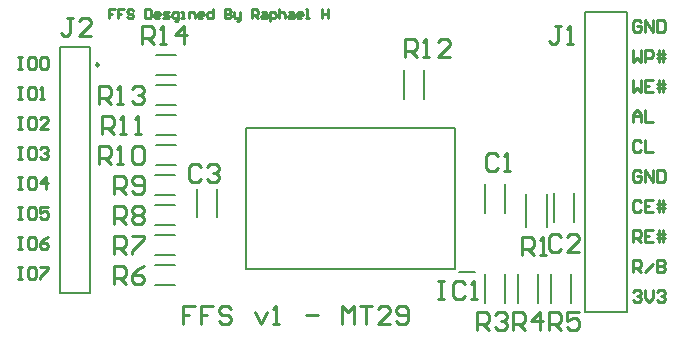
<source format=gbr>
%TF.GenerationSoftware,Altium Limited,Altium Designer,24.4.1 (13)*%
G04 Layer_Color=65535*
%FSLAX45Y45*%
%MOMM*%
%TF.SameCoordinates,62A203F9-3C5A-4200-B48A-7B08D2958CDC*%
%TF.FilePolarity,Positive*%
%TF.FileFunction,Legend,Top*%
%TF.Part,Single*%
G01*
G75*
%TA.AperFunction,NonConductor*%
%ADD22C,0.25000*%
%ADD23C,0.20000*%
%ADD24C,0.25400*%
D22*
X11888500Y9207500D02*
G03*
X11888500Y9207500I-12500J0D01*
G01*
D23*
X14468593Y8921793D02*
Y9163007D01*
X14639807Y8921793D02*
Y9163007D01*
X16001801Y7112000D02*
X16357800D01*
X16001801D02*
Y9652000D01*
X16357800D01*
Y7112000D02*
Y9652000D01*
X12364900Y8020000D02*
X12534900D01*
X12364900Y7855000D02*
X12534900D01*
X14940800Y7452200D02*
X15070799D01*
X14905800Y7477200D02*
Y8677200D01*
X13135800D02*
X14905800D01*
X13135800Y7477200D02*
Y8677200D01*
Y7477200D02*
X14905800D01*
X15154393Y7194593D02*
Y7435807D01*
X15325607Y7194593D02*
Y7435807D01*
X15433794Y7194593D02*
Y7435807D01*
X15605006Y7194593D02*
Y7435807D01*
X15713193Y7194593D02*
Y7435807D01*
X15884407Y7194593D02*
Y7435807D01*
X15909807Y7880393D02*
Y8121607D01*
X15738593Y7880393D02*
Y8121607D01*
X15686208Y7834993D02*
Y8116207D01*
X15504993Y7834993D02*
Y8116207D01*
X12361000Y7512000D02*
X12531000D01*
X12361000Y7347000D02*
X12531000D01*
X12361000Y7766000D02*
X12531000D01*
X12361000Y7601000D02*
X12531000D01*
X12364900Y8274000D02*
X12534900D01*
X12364900Y8109000D02*
X12534900D01*
X12373700Y8528000D02*
X12543700D01*
X12373700Y8363000D02*
X12543700D01*
X12373700Y8782000D02*
X12543700D01*
X12373700Y8617000D02*
X12543700D01*
X12373700Y9036000D02*
X12543700D01*
X12373700Y8871000D02*
X12543700D01*
X12373700Y9290000D02*
X12543700D01*
X12373700Y9125000D02*
X12543700D01*
X11557000Y7277500D02*
X11811000D01*
X11557000D02*
Y9359500D01*
X11811000D01*
Y7277500D02*
Y9359500D01*
X15325607Y7956593D02*
Y8197807D01*
X15154393Y7956593D02*
Y8197807D01*
X12715993Y7918493D02*
Y8159707D01*
X12887207Y7918493D02*
Y8159707D01*
D24*
X14483080Y9273540D02*
Y9425891D01*
X14559254D01*
X14584647Y9400499D01*
Y9349715D01*
X14559254Y9324323D01*
X14483080D01*
X14533862D02*
X14584647Y9273540D01*
X14635431D02*
X14686214D01*
X14660823D01*
Y9425891D01*
X14635431Y9400499D01*
X14863957Y9273540D02*
X14762390D01*
X14863957Y9375107D01*
Y9400499D01*
X14838565Y9425891D01*
X14787781D01*
X14762390Y9400499D01*
X16408400Y7285539D02*
X16425328Y7302467D01*
X16459183D01*
X16476111Y7285539D01*
Y7268611D01*
X16459183Y7251683D01*
X16442256D01*
X16459183D01*
X16476111Y7234756D01*
Y7217828D01*
X16459183Y7200900D01*
X16425328D01*
X16408400Y7217828D01*
X16509967Y7302467D02*
Y7234756D01*
X16543823Y7200900D01*
X16577679Y7234756D01*
Y7302467D01*
X16611534Y7285539D02*
X16628462Y7302467D01*
X16662318D01*
X16679247Y7285539D01*
Y7268611D01*
X16662318Y7251683D01*
X16645390D01*
X16662318D01*
X16679247Y7234756D01*
Y7217828D01*
X16662318Y7200900D01*
X16628462D01*
X16611534Y7217828D01*
X16408400Y7454900D02*
Y7556467D01*
X16459183D01*
X16476111Y7539539D01*
Y7505683D01*
X16459183Y7488756D01*
X16408400D01*
X16442256D02*
X16476111Y7454900D01*
X16509967D02*
X16577679Y7522611D01*
X16611534Y7556467D02*
Y7454900D01*
X16662318D01*
X16679247Y7471828D01*
Y7488756D01*
X16662318Y7505683D01*
X16611534D01*
X16662318D01*
X16679247Y7522611D01*
Y7539539D01*
X16662318Y7556467D01*
X16611534D01*
X16408400Y7708900D02*
Y7810467D01*
X16459183D01*
X16476111Y7793539D01*
Y7759683D01*
X16459183Y7742756D01*
X16408400D01*
X16442256D02*
X16476111Y7708900D01*
X16577679Y7810467D02*
X16509967D01*
Y7708900D01*
X16577679D01*
X16509967Y7759683D02*
X16543823D01*
X16628462Y7708900D02*
Y7810467D01*
X16662318D02*
Y7708900D01*
X16611534Y7776611D02*
X16662318D01*
X16679247D01*
X16611534Y7742756D02*
X16679247D01*
X16476111Y8047539D02*
X16459183Y8064467D01*
X16425328D01*
X16408400Y8047539D01*
Y7979828D01*
X16425328Y7962900D01*
X16459183D01*
X16476111Y7979828D01*
X16577679Y8064467D02*
X16509967D01*
Y7962900D01*
X16577679D01*
X16509967Y8013683D02*
X16543823D01*
X16628462Y7962900D02*
Y8064467D01*
X16662318D02*
Y7962900D01*
X16611534Y8030611D02*
X16662318D01*
X16679247D01*
X16611534Y7996756D02*
X16679247D01*
X16476111Y8301539D02*
X16459183Y8318467D01*
X16425328D01*
X16408400Y8301539D01*
Y8233828D01*
X16425328Y8216900D01*
X16459183D01*
X16476111Y8233828D01*
Y8267683D01*
X16442256D01*
X16509967Y8216900D02*
Y8318467D01*
X16577679Y8216900D01*
Y8318467D01*
X16611534D02*
Y8216900D01*
X16662318D01*
X16679247Y8233828D01*
Y8301539D01*
X16662318Y8318467D01*
X16611534D01*
X16476111Y8555539D02*
X16459183Y8572467D01*
X16425328D01*
X16408400Y8555539D01*
Y8487828D01*
X16425328Y8470900D01*
X16459183D01*
X16476111Y8487828D01*
X16509967Y8572467D02*
Y8470900D01*
X16577679D01*
X16408400Y8724900D02*
Y8792611D01*
X16442256Y8826467D01*
X16476111Y8792611D01*
Y8724900D01*
Y8775683D01*
X16408400D01*
X16509967Y8826467D02*
Y8724900D01*
X16577679D01*
X16408400Y9080467D02*
Y8978900D01*
X16442256Y9012756D01*
X16476111Y8978900D01*
Y9080467D01*
X16577679D02*
X16509967D01*
Y8978900D01*
X16577679D01*
X16509967Y9029683D02*
X16543823D01*
X16628462Y8978900D02*
Y9080467D01*
X16662318D02*
Y8978900D01*
X16611534Y9046611D02*
X16662318D01*
X16679247D01*
X16611534Y9012756D02*
X16679247D01*
X16408400Y9334467D02*
Y9232900D01*
X16442256Y9266756D01*
X16476111Y9232900D01*
Y9334467D01*
X16509967Y9232900D02*
Y9334467D01*
X16560751D01*
X16577679Y9317539D01*
Y9283683D01*
X16560751Y9266756D01*
X16509967D01*
X16628462Y9232900D02*
Y9334467D01*
X16662318D02*
Y9232900D01*
X16611534Y9300611D02*
X16662318D01*
X16679247D01*
X16611534Y9266756D02*
X16679247D01*
X16476111Y9571539D02*
X16459183Y9588467D01*
X16425328D01*
X16408400Y9571539D01*
Y9503828D01*
X16425328Y9486900D01*
X16459183D01*
X16476111Y9503828D01*
Y9537683D01*
X16442256D01*
X16509967Y9486900D02*
Y9588467D01*
X16577679Y9486900D01*
Y9588467D01*
X16611534D02*
Y9486900D01*
X16662318D01*
X16679247Y9503828D01*
Y9571539D01*
X16662318Y9588467D01*
X16611534D01*
X11201400Y7492967D02*
X11235256D01*
X11218328D01*
Y7391400D01*
X11201400D01*
X11235256D01*
X11336823Y7492967D02*
X11302967D01*
X11286039Y7476039D01*
Y7408328D01*
X11302967Y7391400D01*
X11336823D01*
X11353751Y7408328D01*
Y7476039D01*
X11336823Y7492967D01*
X11387607D02*
X11455318D01*
Y7476039D01*
X11387607Y7408328D01*
Y7391400D01*
X11201400Y7746967D02*
X11235256D01*
X11218328D01*
Y7645400D01*
X11201400D01*
X11235256D01*
X11336823Y7746967D02*
X11302967D01*
X11286039Y7730039D01*
Y7662328D01*
X11302967Y7645400D01*
X11336823D01*
X11353751Y7662328D01*
Y7730039D01*
X11336823Y7746967D01*
X11455318D02*
X11421462Y7730039D01*
X11387607Y7696183D01*
Y7662328D01*
X11404534Y7645400D01*
X11438390D01*
X11455318Y7662328D01*
Y7679256D01*
X11438390Y7696183D01*
X11387607D01*
X11201400Y8000967D02*
X11235256D01*
X11218328D01*
Y7899400D01*
X11201400D01*
X11235256D01*
X11336823Y8000967D02*
X11302967D01*
X11286039Y7984039D01*
Y7916328D01*
X11302967Y7899400D01*
X11336823D01*
X11353751Y7916328D01*
Y7984039D01*
X11336823Y8000967D01*
X11455318D02*
X11387607D01*
Y7950183D01*
X11421462Y7967111D01*
X11438390D01*
X11455318Y7950183D01*
Y7916328D01*
X11438390Y7899400D01*
X11404534D01*
X11387607Y7916328D01*
X11201400Y8254967D02*
X11235256D01*
X11218328D01*
Y8153400D01*
X11201400D01*
X11235256D01*
X11336823Y8254967D02*
X11302967D01*
X11286039Y8238039D01*
Y8170328D01*
X11302967Y8153400D01*
X11336823D01*
X11353751Y8170328D01*
Y8238039D01*
X11336823Y8254967D01*
X11438390Y8153400D02*
Y8254967D01*
X11387607Y8204183D01*
X11455318D01*
X11201400Y8508967D02*
X11235256D01*
X11218328D01*
Y8407400D01*
X11201400D01*
X11235256D01*
X11336823Y8508967D02*
X11302967D01*
X11286039Y8492039D01*
Y8424328D01*
X11302967Y8407400D01*
X11336823D01*
X11353751Y8424328D01*
Y8492039D01*
X11336823Y8508967D01*
X11387607Y8492039D02*
X11404534Y8508967D01*
X11438390D01*
X11455318Y8492039D01*
Y8475111D01*
X11438390Y8458183D01*
X11421462D01*
X11438390D01*
X11455318Y8441256D01*
Y8424328D01*
X11438390Y8407400D01*
X11404534D01*
X11387607Y8424328D01*
X11201400Y8762967D02*
X11235256D01*
X11218328D01*
Y8661400D01*
X11201400D01*
X11235256D01*
X11336823Y8762967D02*
X11302967D01*
X11286039Y8746039D01*
Y8678328D01*
X11302967Y8661400D01*
X11336823D01*
X11353751Y8678328D01*
Y8746039D01*
X11336823Y8762967D01*
X11455318Y8661400D02*
X11387607D01*
X11455318Y8729111D01*
Y8746039D01*
X11438390Y8762967D01*
X11404534D01*
X11387607Y8746039D01*
X11201400Y9016967D02*
X11235256D01*
X11218328D01*
Y8915400D01*
X11201400D01*
X11235256D01*
X11336823Y9016967D02*
X11302967D01*
X11286039Y9000039D01*
Y8932328D01*
X11302967Y8915400D01*
X11336823D01*
X11353751Y8932328D01*
Y9000039D01*
X11336823Y9016967D01*
X11387607Y8915400D02*
X11421462D01*
X11404534D01*
Y9016967D01*
X11387607Y9000039D01*
X11201400Y9270967D02*
X11235256D01*
X11218328D01*
Y9169400D01*
X11201400D01*
X11235256D01*
X11336823Y9270967D02*
X11302967D01*
X11286039Y9254039D01*
Y9186328D01*
X11302967Y9169400D01*
X11336823D01*
X11353751Y9186328D01*
Y9254039D01*
X11336823Y9270967D01*
X11387607Y9254039D02*
X11404534Y9270967D01*
X11438390D01*
X11455318Y9254039D01*
Y9186328D01*
X11438390Y9169400D01*
X11404534D01*
X11387607Y9186328D01*
Y9254039D01*
X12026883Y9677367D02*
X11976100D01*
Y9639280D01*
X12001492D01*
X11976100D01*
Y9601192D01*
X12103059Y9677367D02*
X12052275D01*
Y9639280D01*
X12077667D01*
X12052275D01*
Y9601192D01*
X12179234Y9664671D02*
X12166539Y9677367D01*
X12141147D01*
X12128451Y9664671D01*
Y9651975D01*
X12141147Y9639280D01*
X12166539D01*
X12179234Y9626584D01*
Y9613888D01*
X12166539Y9601192D01*
X12141147D01*
X12128451Y9613888D01*
X12280801Y9677367D02*
Y9601192D01*
X12318889D01*
X12331585Y9613888D01*
Y9664671D01*
X12318889Y9677367D01*
X12280801D01*
X12395065Y9601192D02*
X12369673D01*
X12356977Y9613888D01*
Y9639280D01*
X12369673Y9651975D01*
X12395065D01*
X12407760Y9639280D01*
Y9626584D01*
X12356977D01*
X12433152Y9601192D02*
X12471240D01*
X12483936Y9613888D01*
X12471240Y9626584D01*
X12445848D01*
X12433152Y9639280D01*
X12445848Y9651975D01*
X12483936D01*
X12534719Y9575800D02*
X12547415D01*
X12560111Y9588496D01*
Y9651975D01*
X12522023D01*
X12509328Y9639280D01*
Y9613888D01*
X12522023Y9601192D01*
X12560111D01*
X12585503D02*
X12610895D01*
X12598199D01*
Y9651975D01*
X12585503D01*
X12648982Y9601192D02*
Y9651975D01*
X12687070D01*
X12699766Y9639280D01*
Y9601192D01*
X12763245D02*
X12737854D01*
X12725158Y9613888D01*
Y9639280D01*
X12737854Y9651975D01*
X12763245D01*
X12775941Y9639280D01*
Y9626584D01*
X12725158D01*
X12852116Y9677367D02*
Y9601192D01*
X12814029D01*
X12801334Y9613888D01*
Y9639280D01*
X12814029Y9651975D01*
X12852116D01*
X12953683Y9677367D02*
Y9601192D01*
X12991772D01*
X13004466Y9613888D01*
Y9626584D01*
X12991772Y9639280D01*
X12953683D01*
X12991772D01*
X13004466Y9651975D01*
Y9664671D01*
X12991772Y9677367D01*
X12953683D01*
X13029858Y9651975D02*
Y9613888D01*
X13042555Y9601192D01*
X13080643D01*
Y9588496D01*
X13067947Y9575800D01*
X13055251D01*
X13080643Y9601192D02*
Y9651975D01*
X13182210Y9601192D02*
Y9677367D01*
X13220297D01*
X13232993Y9664671D01*
Y9639280D01*
X13220297Y9626584D01*
X13182210D01*
X13207602D02*
X13232993Y9601192D01*
X13271082Y9651975D02*
X13296474D01*
X13309169Y9639280D01*
Y9601192D01*
X13271082D01*
X13258385Y9613888D01*
X13271082Y9626584D01*
X13309169D01*
X13334561Y9575800D02*
Y9651975D01*
X13372649D01*
X13385344Y9639280D01*
Y9613888D01*
X13372649Y9601192D01*
X13334561D01*
X13410736Y9677367D02*
Y9601192D01*
Y9639280D01*
X13423431Y9651975D01*
X13448824D01*
X13461519Y9639280D01*
Y9601192D01*
X13499606Y9651975D02*
X13524998D01*
X13537695Y9639280D01*
Y9601192D01*
X13499606D01*
X13486911Y9613888D01*
X13499606Y9626584D01*
X13537695D01*
X13601173Y9601192D02*
X13575783D01*
X13563087Y9613888D01*
Y9639280D01*
X13575783Y9651975D01*
X13601173D01*
X13613870Y9639280D01*
Y9626584D01*
X13563087D01*
X13639262Y9601192D02*
X13664655D01*
X13651958D01*
Y9677367D01*
X13639262D01*
X13778917D02*
Y9601192D01*
Y9639280D01*
X13829700D01*
Y9677367D01*
Y9601192D01*
X12699967Y7162751D02*
X12598400D01*
Y7086575D01*
X12649183D01*
X12598400D01*
Y7010400D01*
X12852318Y7162751D02*
X12750751D01*
Y7086575D01*
X12801534D01*
X12750751D01*
Y7010400D01*
X13004669Y7137359D02*
X12979277Y7162751D01*
X12928493D01*
X12903101Y7137359D01*
Y7111967D01*
X12928493Y7086575D01*
X12979277D01*
X13004669Y7061183D01*
Y7035792D01*
X12979277Y7010400D01*
X12928493D01*
X12903101Y7035792D01*
X13207803Y7111967D02*
X13258586Y7010400D01*
X13309370Y7111967D01*
X13360155Y7010400D02*
X13410938D01*
X13385545D01*
Y7162751D01*
X13360155Y7137359D01*
X13639462Y7086575D02*
X13741029D01*
X13944165Y7010400D02*
Y7162751D01*
X13994948Y7111967D01*
X14045732Y7162751D01*
Y7010400D01*
X14096515Y7162751D02*
X14198083D01*
X14147299D01*
Y7010400D01*
X14350433D02*
X14248866D01*
X14350433Y7111967D01*
Y7137359D01*
X14325041Y7162751D01*
X14274258D01*
X14248866Y7137359D01*
X14401218Y7035792D02*
X14426608Y7010400D01*
X14477393D01*
X14502785Y7035792D01*
Y7137359D01*
X14477393Y7162751D01*
X14426608D01*
X14401218Y7137359D01*
Y7111967D01*
X14426608Y7086575D01*
X14502785D01*
X12255562Y9385325D02*
Y9537675D01*
X12331737D01*
X12357129Y9512283D01*
Y9461500D01*
X12331737Y9436108D01*
X12255562D01*
X12306345D02*
X12357129Y9385325D01*
X12407912D02*
X12458696D01*
X12433304D01*
Y9537675D01*
X12407912Y9512283D01*
X12611047Y9385325D02*
Y9537675D01*
X12534871Y9461500D01*
X12636439D01*
X11887262Y8877325D02*
Y9029675D01*
X11963437D01*
X11988829Y9004283D01*
Y8953500D01*
X11963437Y8928108D01*
X11887262D01*
X11938045D02*
X11988829Y8877325D01*
X12039612D02*
X12090396D01*
X12065004D01*
Y9029675D01*
X12039612Y9004283D01*
X12166571D02*
X12191963Y9029675D01*
X12242747D01*
X12268139Y9004283D01*
Y8978892D01*
X12242747Y8953500D01*
X12217355D01*
X12242747D01*
X12268139Y8928108D01*
Y8902717D01*
X12242747Y8877325D01*
X12191963D01*
X12166571Y8902717D01*
X11912654Y8623325D02*
Y8775675D01*
X11988829D01*
X12014221Y8750283D01*
Y8699500D01*
X11988829Y8674108D01*
X11912654D01*
X11963437D02*
X12014221Y8623325D01*
X12065004D02*
X12115788D01*
X12090396D01*
Y8775675D01*
X12065004Y8750283D01*
X12191963Y8623325D02*
X12242747D01*
X12217355D01*
Y8775675D01*
X12191963Y8750283D01*
X11887262Y8369325D02*
Y8521675D01*
X11963437D01*
X11988829Y8496283D01*
Y8445500D01*
X11963437Y8420108D01*
X11887262D01*
X11938045D02*
X11988829Y8369325D01*
X12039612D02*
X12090396D01*
X12065004D01*
Y8521675D01*
X12039612Y8496283D01*
X12166571D02*
X12191963Y8521675D01*
X12242747D01*
X12268139Y8496283D01*
Y8394717D01*
X12242747Y8369325D01*
X12191963D01*
X12166571Y8394717D01*
Y8496283D01*
X12014241Y8115325D02*
Y8267675D01*
X12090417D01*
X12115808Y8242283D01*
Y8191500D01*
X12090417Y8166108D01*
X12014241D01*
X12065025D02*
X12115808Y8115325D01*
X12166592Y8140717D02*
X12191984Y8115325D01*
X12242767D01*
X12268159Y8140717D01*
Y8242283D01*
X12242767Y8267675D01*
X12191984D01*
X12166592Y8242283D01*
Y8216892D01*
X12191984Y8191500D01*
X12268159D01*
X12014241Y7861325D02*
Y8013675D01*
X12090417D01*
X12115808Y7988283D01*
Y7937500D01*
X12090417Y7912108D01*
X12014241D01*
X12065025D02*
X12115808Y7861325D01*
X12166592Y7988283D02*
X12191984Y8013675D01*
X12242767D01*
X12268159Y7988283D01*
Y7962892D01*
X12242767Y7937500D01*
X12268159Y7912108D01*
Y7886717D01*
X12242767Y7861325D01*
X12191984D01*
X12166592Y7886717D01*
Y7912108D01*
X12191984Y7937500D01*
X12166592Y7962892D01*
Y7988283D01*
X12191984Y7937500D02*
X12242767D01*
X12014241Y7607325D02*
Y7759675D01*
X12090417D01*
X12115808Y7734283D01*
Y7683500D01*
X12090417Y7658108D01*
X12014241D01*
X12065025D02*
X12115808Y7607325D01*
X12166592Y7759675D02*
X12268159D01*
Y7734283D01*
X12166592Y7632717D01*
Y7607325D01*
X12014241Y7353325D02*
Y7505675D01*
X12090417D01*
X12115808Y7480283D01*
Y7429500D01*
X12090417Y7404108D01*
X12014241D01*
X12065025D02*
X12115808Y7353325D01*
X12268159Y7505675D02*
X12217375Y7480283D01*
X12166592Y7429500D01*
Y7378717D01*
X12191984Y7353325D01*
X12242767D01*
X12268159Y7378717D01*
Y7404108D01*
X12242767Y7429500D01*
X12166592D01*
X15697241Y6959625D02*
Y7111975D01*
X15773418D01*
X15798808Y7086583D01*
Y7035800D01*
X15773418Y7010408D01*
X15697241D01*
X15748026D02*
X15798808Y6959625D01*
X15951160Y7111975D02*
X15849593D01*
Y7035800D01*
X15900375Y7061192D01*
X15925768D01*
X15951160Y7035800D01*
Y6985017D01*
X15925768Y6959625D01*
X15874985D01*
X15849593Y6985017D01*
X15392441Y6959625D02*
Y7111975D01*
X15468617D01*
X15494008Y7086583D01*
Y7035800D01*
X15468617Y7010408D01*
X15392441D01*
X15443225D02*
X15494008Y6959625D01*
X15620967D02*
Y7111975D01*
X15544792Y7035800D01*
X15646359D01*
X15087640Y6959625D02*
Y7111975D01*
X15163817D01*
X15189207Y7086583D01*
Y7035800D01*
X15163817Y7010408D01*
X15087640D01*
X15138425D02*
X15189207Y6959625D01*
X15239992Y7086583D02*
X15265384Y7111975D01*
X15316167D01*
X15341559Y7086583D01*
Y7061192D01*
X15316167Y7035800D01*
X15290775D01*
X15316167D01*
X15341559Y7010408D01*
Y6985017D01*
X15316167Y6959625D01*
X15265384D01*
X15239992Y6985017D01*
X15468633Y7594625D02*
Y7746975D01*
X15544807D01*
X15570200Y7721583D01*
Y7670800D01*
X15544807Y7645408D01*
X15468633D01*
X15519417D02*
X15570200Y7594625D01*
X15620984D02*
X15671767D01*
X15646376D01*
Y7746975D01*
X15620984Y7721583D01*
X11671267Y9601151D02*
X11620483D01*
X11645875D01*
Y9474192D01*
X11620483Y9448800D01*
X11595092D01*
X11569700Y9474192D01*
X11823618Y9448800D02*
X11722051D01*
X11823618Y9550367D01*
Y9575759D01*
X11798226Y9601151D01*
X11747443D01*
X11722051Y9575759D01*
X15798801Y9537675D02*
X15748016D01*
X15773409D01*
Y9410717D01*
X15748016Y9385325D01*
X15722626D01*
X15697234Y9410717D01*
X15849583Y9385325D02*
X15900368D01*
X15874976D01*
Y9537675D01*
X15849583Y9512283D01*
X14757454Y7378675D02*
X14808237D01*
X14782845D01*
Y7226325D01*
X14757454D01*
X14808237D01*
X14985980Y7353283D02*
X14960588Y7378675D01*
X14909804D01*
X14884412Y7353283D01*
Y7251717D01*
X14909804Y7226325D01*
X14960588D01*
X14985980Y7251717D01*
X15036763Y7226325D02*
X15087547D01*
X15062155D01*
Y7378675D01*
X15036763Y7353283D01*
X12750808Y8343883D02*
X12725417Y8369275D01*
X12674633D01*
X12649241Y8343883D01*
Y8242317D01*
X12674633Y8216925D01*
X12725417D01*
X12750808Y8242317D01*
X12801591Y8343883D02*
X12826984Y8369275D01*
X12877766D01*
X12903159Y8343883D01*
Y8318492D01*
X12877766Y8293100D01*
X12852374D01*
X12877766D01*
X12903159Y8267708D01*
Y8242317D01*
X12877766Y8216925D01*
X12826984D01*
X12801591Y8242317D01*
X15798808Y7746983D02*
X15773418Y7772375D01*
X15722633D01*
X15697241Y7746983D01*
Y7645417D01*
X15722633Y7620025D01*
X15773418D01*
X15798808Y7645417D01*
X15951160Y7620025D02*
X15849593D01*
X15951160Y7721592D01*
Y7746983D01*
X15925768Y7772375D01*
X15874985D01*
X15849593Y7746983D01*
X15270447Y8435299D02*
X15245055Y8460691D01*
X15194272D01*
X15168880Y8435299D01*
Y8333732D01*
X15194272Y8308340D01*
X15245055D01*
X15270447Y8333732D01*
X15321231Y8308340D02*
X15372014D01*
X15346623D01*
Y8460691D01*
X15321231Y8435299D01*
%TF.MD5,9a749d8f685dd5e02665b6d9eba9707d*%
M02*

</source>
